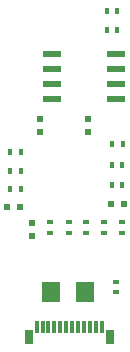
<source format=gbr>
G04 #@! TF.FileFunction,Paste,Top*
%FSLAX46Y46*%
G04 Gerber Fmt 4.6, Leading zero omitted, Abs format (unit mm)*
G04 Created by KiCad (PCBNEW 4.0.5+dfsg1-4) date Tue Jul 10 09:58:08 2018*
%MOMM*%
%LPD*%
G01*
G04 APERTURE LIST*
%ADD10C,0.100000*%
%ADD11R,0.500000X0.600000*%
%ADD12R,0.600000X0.500000*%
%ADD13R,1.597660X1.800860*%
%ADD14R,0.400000X1.000000*%
%ADD15R,0.700000X1.150000*%
%ADD16R,0.400000X0.600000*%
%ADD17R,0.600000X0.400000*%
%ADD18R,1.550000X0.600000*%
G04 APERTURE END LIST*
D10*
D11*
X153570000Y-100510000D03*
X153570000Y-99410000D03*
D12*
X151860000Y-106820000D03*
X150760000Y-106820000D03*
D11*
X157640000Y-100490000D03*
X157640000Y-99390000D03*
D12*
X159580000Y-106550000D03*
X160680000Y-106550000D03*
D11*
X152930000Y-108220000D03*
X152930000Y-109320000D03*
D13*
X157359860Y-114040000D03*
X154520140Y-114040000D03*
D14*
X153300000Y-116990000D03*
X153800000Y-116990000D03*
X154300000Y-116990000D03*
X154800000Y-116990000D03*
X155300000Y-116990000D03*
X155800000Y-116990000D03*
X156300000Y-116990000D03*
X156800000Y-116990000D03*
X157300000Y-116990000D03*
X157800000Y-116990000D03*
X158300000Y-116990000D03*
X158800000Y-116990000D03*
D15*
X152630000Y-117830000D03*
X159470000Y-117820000D03*
D14*
X158800000Y-116990000D03*
X158300000Y-116990000D03*
X157800000Y-116990000D03*
X157300000Y-116990000D03*
X156800000Y-116990000D03*
X155300000Y-116990000D03*
X154800000Y-116990000D03*
X154300000Y-116990000D03*
X153800000Y-116990000D03*
X153300000Y-116990000D03*
D16*
X151970000Y-103790000D03*
X151070000Y-103790000D03*
X151080000Y-102170000D03*
X151980000Y-102170000D03*
X159650000Y-104970000D03*
X160550000Y-104970000D03*
X160550000Y-103270000D03*
X159650000Y-103270000D03*
X159680000Y-101500000D03*
X160580000Y-101500000D03*
D17*
X160490000Y-109010000D03*
X160490000Y-108110000D03*
D16*
X159230000Y-91890000D03*
X160130000Y-91890000D03*
X160120000Y-90270000D03*
X159220000Y-90270000D03*
D17*
X156020000Y-109020000D03*
X156020000Y-108120000D03*
X157510000Y-108100000D03*
X157510000Y-109000000D03*
X159010000Y-108110000D03*
X159010000Y-109010000D03*
X154440000Y-109020000D03*
X154440000Y-108120000D03*
D16*
X151970000Y-105310000D03*
X151070000Y-105310000D03*
D17*
X160020000Y-113150000D03*
X160020000Y-114050000D03*
D18*
X154640000Y-93865000D03*
X154640000Y-95135000D03*
X154640000Y-96405000D03*
X154640000Y-97675000D03*
X160040000Y-97675000D03*
X160040000Y-96405000D03*
X160040000Y-95135000D03*
X160040000Y-93865000D03*
M02*

</source>
